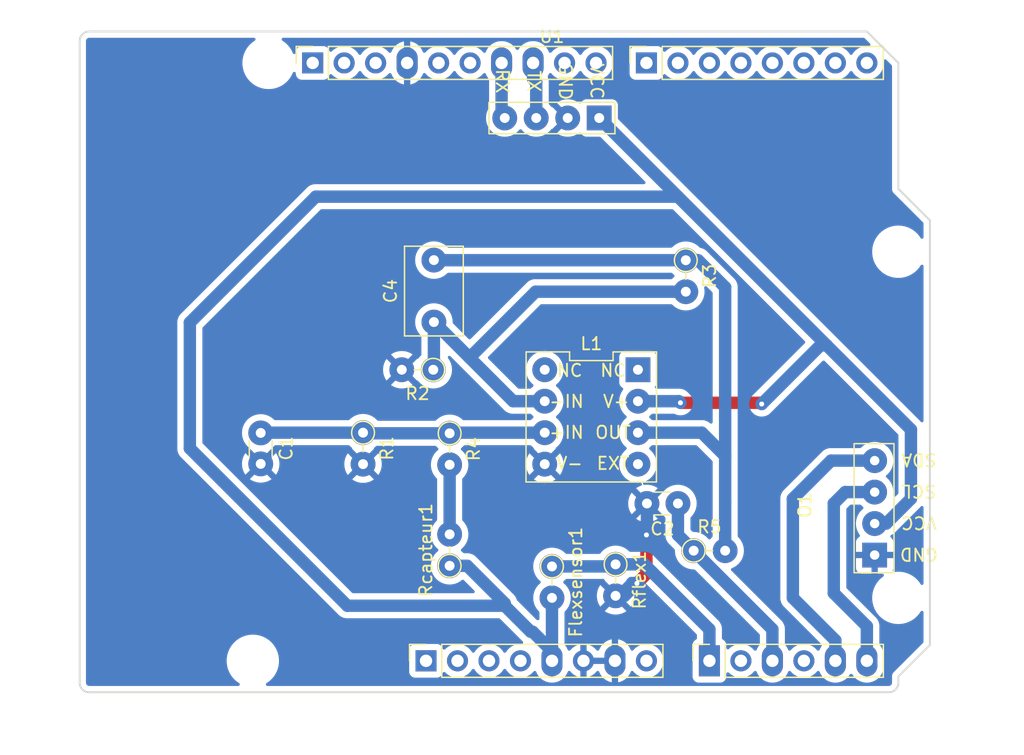
<source format=kicad_pcb>
(kicad_pcb (version 20211014) (generator pcbnew)
  (title_block (date "mar. 31 mars 2015"))
  (layers (0 "F.Cu" signal) (31 "B.Cu" signal) (34 "B.Paste" user) (35 "F.Paste" user) (36 "B.SilkS" user "B.Silkscreen") (37 "F.SilkS" user "F.Silkscreen") (38 "B.Mask" user) (39 "F.Mask" user) (44 "Edge.Cuts" user))
  (net 0 "")
  (net 1 "GND")
  (net 3 "+5V")
  (net 4 "/IOREF")
  (net 5 "/A0")
  (net 6 "/A1")
  (net 7 "/A2")
  (net 8 "/A3")
  (net 9 "/13")
  (net 10 "/12")
  (net 11 "/AREF")
  (net 12 "/8")
  (net 13 "/7")
  (net 14 "RX")
  (net 15 "TX")
  (net 16 "/*9")
  (net 17 "/4")
  (net 18 "/2")
  (net 19 "/*6")
  (net 20 "/*5")
  (net 21 "/TX{slash}1")
  (net 22 "/*3")
  (net 23 "/RX{slash}0")
  (net 24 "+3V3")
  (net 25 "VCC")
  (net 26 "/~{RESET}")
  (net 27 "SDA")
  (net 28 "SCL")
  (net 29 "Net-(C1-Pad1)")
  (net 30 "/A5")
  (net 31 "Net-(C4-Pad1)")
  (net 32 "Net-(C4-Pad2)")
  (net 36 "Net-(R4-Pad2)")
  (net 37 "/A4")
  (footprint "Connector_PinSocket_2.54mm:PinSocket_1x08_P2.54mm_Vertical" (layer "F.Cu") (at 127.94 97.46 90)
    (fp_text reference "J1" hide)
    (fp_text value "Power")
    (fp_line (start -1.33 19.11) (end 1.33 19.11) (layer "F.SilkS") (width 0.12))
    (fp_line (start 1.33 1.27) (end 1.33 19.11) (layer "F.SilkS") (width 0.12))
    (fp_line (start -1.33 1.27) (end 1.33 1.27) (layer "F.SilkS") (width 0.12))
    (fp_line (start 0 -1.33) (end 1.33 -1.33) (layer "F.SilkS") (width 0.12))
    (fp_line (start 1.33 -1.33) (end 1.33 0) (layer "F.SilkS") (width 0.12))
    (fp_line (start -1.33 1.27) (end -1.33 19.11) (layer "F.SilkS") (width 0.12))
    (pad "1" thru_hole rect locked (at 0 0 90) (size 1.7 1.7) (drill 1) (layers *.Cu *.Mask))
    (pad "2" thru_hole oval locked (at 0 2.54 90) (size 1.7 1.7) (drill 1) (layers *.Cu *.Mask) (net 4 "/IOREF"))
    (pad "3" thru_hole oval locked (at 0 5.08 90) (size 1.7 1.7) (drill 1) (layers *.Cu *.Mask) (net 26 "/~{RESET}"))
    (pad "4" thru_hole oval locked (at 0 7.62 90) (size 1.7 1.7) (drill 1) (layers *.Cu *.Mask) (net 24 "+3V3"))
    (pad "5" thru_hole oval locked (at 0 10.16 90) (size 2.5 1.7) (drill 1) (layers *.Cu *.Mask) (net 3 "+5V"))
    (pad "6" thru_hole oval locked (at 0 12.7 90) (size 1.7 1.7) (drill 1) (layers *.Cu *.Mask) (net 1 "GND"))
    (pad "7" thru_hole oval locked (at 0 15.24 90) (size 2.5 1.7) (drill 1) (layers *.Cu *.Mask) (net 1 "GND"))
    (pad "8" thru_hole oval locked (at 0 17.78 90) (size 1.7 1.7) (drill 1) (layers *.Cu *.Mask) (net 25 "VCC"))
  )
  (footprint "Connector_PinSocket_2.54mm:PinSocket_1x06_P2.54mm_Vertical" (layer "F.Cu") (at 150.8 97.46 90)
    (fp_text reference "J3" hide)
    (fp_text value "Analog")
    (fp_line (start 1.33 1.27) (end 1.33 14.03) (layer "F.SilkS") (width 0.12))
    (fp_line (start 0 -1.33) (end 1.33 -1.33) (layer "F.SilkS") (width 0.12))
    (fp_line (start -1.33 1.27) (end 1.33 1.27) (layer "F.SilkS") (width 0.12))
    (fp_line (start -1.33 1.27) (end -1.33 14.03) (layer "F.SilkS") (width 0.12))
    (fp_line (start -1.33 14.03) (end 1.33 14.03) (layer "F.SilkS") (width 0.12))
    (fp_line (start 1.33 -1.33) (end 1.33 0) (layer "F.SilkS") (width 0.12))
    (pad "1" thru_hole rect locked (at 0 0 90) (size 2.5 1.7) (drill 1) (layers *.Cu *.Mask) (net 5 "/A0"))
    (pad "2" thru_hole oval locked (at 0 2.54 90) (size 1.7 1.7) (drill 1) (layers *.Cu *.Mask) (net 6 "/A1"))
    (pad "3" thru_hole oval locked (at 0 5.08 90) (size 2.5 1.7) (drill 1) (layers *.Cu *.Mask) (net 7 "/A2"))
    (pad "4" thru_hole oval locked (at 0 7.62 90) (size 1.7 1.7) (drill 1) (layers *.Cu *.Mask) (net 8 "/A3"))
    (pad "5" thru_hole oval locked (at 0 10.16 90) (size 2.5 1.7) (drill 1) (layers *.Cu *.Mask) (net 27 "SDA"))
    (pad "6" thru_hole oval locked (at 0 12.7 90) (size 2.5 1.7) (drill 1) (layers *.Cu *.Mask) (net 28 "SCL"))
  )
  (footprint "Connector_PinSocket_2.54mm:PinSocket_1x10_P2.54mm_Vertical" (layer "F.Cu") (at 118.796 49.2 90)
    (fp_text reference "J2" hide)
    (fp_text value "Digital/PWM")
    (fp_line (start -1.33 24.19) (end 1.33 24.19) (layer "F.SilkS") (width 0.12))
    (fp_line (start -1.33 1.27) (end -1.33 24.19) (layer "F.SilkS") (width 0.12))
    (fp_line (start 1.33 -1.33) (end 1.33 0) (layer "F.SilkS") (width 0.12))
    (fp_line (start 0 -1.33) (end 1.33 -1.33) (layer "F.SilkS") (width 0.12))
    (fp_line (start 1.33 1.27) (end 1.33 24.19) (layer "F.SilkS") (width 0.12))
    (fp_line (start -1.33 1.27) (end 1.33 1.27) (layer "F.SilkS") (width 0.12))
    (pad "1" thru_hole rect locked (at 0 0 90) (size 1.7 1.7) (drill 1) (layers *.Cu *.Mask) (net 30 "/A5"))
    (pad "2" thru_hole oval locked (at 0 2.54 90) (size 1.7 1.7) (drill 1) (layers *.Cu *.Mask) (net 37 "/A4"))
    (pad "3" thru_hole oval locked (at 0 5.08 90) (size 1.7 1.7) (drill 1) (layers *.Cu *.Mask) (net 11 "/AREF"))
    (pad "4" thru_hole oval locked (at 0 7.62 90) (size 2.5 1.7) (drill 1) (layers *.Cu *.Mask) (net 1 "GND"))
    (pad "5" thru_hole oval locked (at 0 10.16 90) (size 1.7 1.7) (drill 1) (layers *.Cu *.Mask) (net 9 "/13"))
    (pad "6" thru_hole oval locked (at 0 12.7 90) (size 1.7 1.7) (drill 1) (layers *.Cu *.Mask) (net 10 "/12"))
    (pad "7" thru_hole oval locked (at 0 15.24 90) (size 2.5 1.7) (drill 1) (layers *.Cu *.Mask) (net 14 "RX"))
    (pad "8" thru_hole oval locked (at 0 17.78 90) (size 2.5 1.7) (drill 1) (layers *.Cu *.Mask) (net 15 "TX"))
    (pad "9" thru_hole oval locked (at 0 20.32 90) (size 1.7 1.7) (drill 1) (layers *.Cu *.Mask) (net 16 "/*9"))
    (pad "10" thru_hole oval locked (at 0 22.86 90) (size 1.7 1.7) (drill 1) (layers *.Cu *.Mask) (net 12 "/8"))
  )
  (footprint "Connector_PinSocket_2.54mm:PinSocket_1x08_P2.54mm_Vertical" (layer "F.Cu") (at 145.72 49.2 90)
    (fp_text reference "J4" hide)
    (fp_text value "Digital/PWM")
    (fp_line (start -1.33 19.11) (end 1.33 19.11) (layer "F.SilkS") (width 0.12))
    (fp_line (start -1.33 1.27) (end -1.33 19.11) (layer "F.SilkS") (width 0.12))
    (fp_line (start 0 -1.33) (end 1.33 -1.33) (layer "F.SilkS") (width 0.12))
    (fp_line (start -1.33 1.27) (end 1.33 1.27) (layer "F.SilkS") (width 0.12))
    (fp_line (start 1.33 -1.33) (end 1.33 0) (layer "F.SilkS") (width 0.12))
    (fp_line (start 1.33 1.27) (end 1.33 19.11) (layer "F.SilkS") (width 0.12))
    (pad "1" thru_hole rect locked (at 0 0 90) (size 1.7 1.7) (drill 1) (layers *.Cu *.Mask) (net 13 "/7"))
    (pad "2" thru_hole oval locked (at 0 2.54 90) (size 1.7 1.7) (drill 1) (layers *.Cu *.Mask) (net 19 "/*6"))
    (pad "3" thru_hole oval locked (at 0 5.08 90) (size 1.7 1.7) (drill 1) (layers *.Cu *.Mask) (net 20 "/*5"))
    (pad "4" thru_hole oval locked (at 0 7.62 90) (size 1.7 1.7) (drill 1) (layers *.Cu *.Mask) (net 17 "/4"))
    (pad "5" thru_hole oval locked (at 0 10.16 90) (size 1.7 1.7) (drill 1) (layers *.Cu *.Mask) (net 22 "/*3"))
    (pad "6" thru_hole oval locked (at 0 12.7 90) (size 1.7 1.7) (drill 1) (layers *.Cu *.Mask) (net 18 "/2"))
    (pad "7" thru_hole oval locked (at 0 15.24 90) (size 1.7 1.7) (drill 1) (layers *.Cu *.Mask) (net 21 "/TX{slash}1"))
    (pad "8" thru_hole oval locked (at 0 17.78 90) (size 1.7 1.7) (drill 1) (layers *.Cu *.Mask) (net 23 "/RX{slash}0"))
  )
  (footprint "Capacitor_THT:C_Disc_D3.0mm_W1.6mm_P2.50mm" (layer "F.Cu") (at 148.26 84.76 180)
    (fp_text reference "C2" (at 1.25 -2.05) (layer "F.SilkS"))
    (fp_text value "100n")
    (fp_line (start 0.621 0.92) (end 1.879 0.92) (layer "F.SilkS") (width 0.12))
    (fp_line (start 0.621 -0.92) (end 1.879 -0.92) (layer "F.SilkS") (width 0.12))
    (pad "1" thru_hole circle (at 0 0 180) (size 2 2) (drill 0.8) (layers *.Cu *.Mask) (net 7 "/A2"))
    (pad "2" thru_hole circle (at 2.5 0 180) (size 2 2) (drill 0.8) (layers *.Cu *.Mask) (net 1 "GND"))
  )
  (footprint "Resistor_THT:R_Axial_DIN0204_L3.6mm_D1.6mm_P2.54mm_Vertical" (layer "F.Cu") (at 128.525 73.965 180)
    (fp_text reference "R2" (at 1.27 -1.92) (layer "F.SilkS"))
    (fp_text value "1k")
    (fp_line (start 0.92 0) (end 1.54 0) (layer "F.SilkS") (width 0.12))
    (fp_circle (center 0 0) (end 0.92 0) (layer "F.SilkS") (width 0.12) (fill none))
    (pad "1" thru_hole circle (at 0 0 180) (size 2 2) (drill 0.8) (layers *.Cu *.Mask) (net 31 "Net-(C4-Pad1)"))
    (pad "2" thru_hole circle (at 2.54 0 180) (size 2 2) (drill 0.8) (layers *.Cu *.Mask) (net 1 "GND"))
  )
  (footprint "Resistor_THT:R_Axial_DIN0204_L3.6mm_D1.6mm_P2.54mm_Vertical" (layer "F.Cu") (at 129.845 89.79 90)
    (fp_text reference "Rcapteur1" (at 1.27 -1.92 90) (layer "F.SilkS"))
    (fp_text value "R")
    (fp_line (start 0.92 0) (end 1.54 0) (layer "F.SilkS") (width 0.12))
    (fp_circle (center 0 0) (end 0.92 0) (layer "F.SilkS") (width 0.12) (fill none))
    (pad "1" thru_hole circle (at 0 0 90) (size 2 2) (drill 0.8) (layers *.Cu *.Mask) (net 3 "+5V"))
    (pad "2" thru_hole circle (at 2.54 0 90) (size 2 2) (drill 0.8) (layers *.Cu *.Mask) (net 36 "Net-(R4-Pad2)"))
  )
  (footprint "Resistor_THT:R_Axial_DIN0204_L3.6mm_D1.6mm_P2.54mm_Vertical" (layer "F.Cu") (at 129.845 79.095 -90)
    (fp_text reference "R4" (at 1.27 -1.92 90) (layer "F.SilkS"))
    (fp_text value "10k")
    (fp_line (start 0.92 0) (end 1.54 0) (layer "F.SilkS") (width 0.12))
    (fp_circle (center 0 0) (end 0.92 0) (layer "F.SilkS") (width 0.12) (fill none))
    (pad "1" thru_hole circle (at 0 0 270) (size 2 2) (drill 0.8) (layers *.Cu *.Mask) (net 29 "Net-(C1-Pad1)"))
    (pad "2" thru_hole circle (at 2.54 0 270) (size 2 2) (drill 0.8) (layers *.Cu *.Mask) (net 36 "Net-(R4-Pad2)"))
  )
  (footprint "Resistor_THT:R_Axial_DIN0204_L3.6mm_D1.6mm_P2.54mm_Vertical" (layer "F.Cu") (at 149.53 88.57)
    (fp_text reference "R5" (at 1.27 -1.92) (layer "F.SilkS"))
    (fp_text value "1k")
    (fp_line (start 0.92 0) (end 1.54 0) (layer "F.SilkS") (width 0.12))
    (fp_circle (center 0 0) (end 0.92 0) (layer "F.SilkS") (width 0.12) (fill none))
    (pad "1" thru_hole circle (at 0 0) (size 2 2) (drill 0.8) (layers *.Cu *.Mask) (net 7 "/A2"))
    (pad "2" thru_hole circle (at 2.54 0) (size 2 2) (drill 0.8) (layers *.Cu *.Mask) (net 32 "Net-(C4-Pad2)"))
  )
  (footprint "Capacitor_THT:C_Rect_L7.0mm_W4.5mm_P5.00mm" (layer "F.Cu") (at 128.575 70.115 90)
    (fp_text reference "C4" (at 2.5 -3.5 90) (layer "F.SilkS"))
    (fp_text value "1µ")
    (fp_line (start 6.12 -2.37) (end 6.12 2.37) (layer "F.SilkS") (width 0.12))
    (fp_line (start -1.12 2.37) (end 6.12 2.37) (layer "F.SilkS") (width 0.12))
    (fp_line (start -1.12 -2.37) (end 6.12 -2.37) (layer "F.SilkS") (width 0.12))
    (fp_line (start -1.12 -2.37) (end -1.12 2.37) (layer "F.SilkS") (width 0.12))
    (pad "1" thru_hole circle (at 0 0 90) (size 2 2) (drill 0.8) (layers *.Cu *.Mask) (net 31 "Net-(C4-Pad1)"))
    (pad "2" thru_hole circle (at 5 0 90) (size 2 2) (drill 0.8) (layers *.Cu *.Mask) (net 32 "Net-(C4-Pad2)"))
  )
  (footprint "Library:Bluetooth" (layer "F.Cu") (at 138.1 51.105 180)
    (fp_text reference "U1" (at 0 4.04 unlocked) (layer "F.SilkS"))
    (fp_text value "Bluetooth")
    (fp_text user "VCC" (at -3.62 0.43 270 unlocked) (layer "F.SilkS"))
    (fp_text user "RX" (at 4 0.43 270 unlocked) (layer "F.SilkS"))
    (fp_text user "TX" (at 1.46 0.43 270 unlocked) (layer "F.SilkS"))
    (fp_text user "GND" (at -1.08 0.43 270 unlocked) (layer "F.SilkS"))
    (fp_rect (start -5.08 -3.81) (end 5.08 -1.27) (layer "F.SilkS") (width 0.12) (fill none))
    (pad "1" thru_hole rect (at -3.81 -2.54 180) (size 2 2) (drill 0.8) (layers *.Cu *.Mask) (net 3 "+5V"))
    (pad "2" thru_hole circle (at -1.27 -2.54 180) (size 2 2) (drill 0.8) (layers *.Cu *.Mask) (net 1 "GND"))
    (pad "3" thru_hole circle (at 1.27 -2.54 180) (size 2 2) (drill 0.8) (layers *.Cu *.Mask) (net 15 "TX"))
    (pad "4" thru_hole circle (at 3.81 -2.54 180) (size 2 2) (drill 0.8) (layers *.Cu *.Mask) (net 14 "RX"))
  )
  (footprint "Resistor_THT:R_Axial_DIN0204_L3.6mm_D1.6mm_P2.54mm_Vertical" (layer "F.Cu") (at 138.1 89.84 -90)
    (fp_text reference "Flexsensor1" (at 1.27 -1.92 90) (layer "F.SilkS"))
    (fp_text value "R")
    (fp_line (start 0.92 0) (end 1.54 0) (layer "F.SilkS") (width 0.12))
    (fp_circle (center 0 0) (end 0.92 0) (layer "F.SilkS") (width 0.12) (fill none))
    (pad "1" thru_hole circle (at 0 0 270) (size 2 2) (drill 0.8) (layers *.Cu *.Mask) (net 5 "/A0"))
    (pad "2" thru_hole circle (at 2.54 0 270) (size 2 2) (drill 0.8) (layers *.Cu *.Mask) (net 3 "+5V"))
  )
  (footprint "Arduino_MountingHole:MountingHole_3.2mm" (layer "F.Cu") (at 115.24 49.2)
    (fp_text reference "MH1" hide)
    (fp_text value "MountingHole_3.2mm" hide)
    (pad "" np_thru_hole circle locked (at 0 0) (size 3.2 3.2) (drill 3.2) (layers *.Cu *.Mask))
  )
  (footprint "Resistor_THT:R_Axial_DIN0204_L3.6mm_D1.6mm_P2.54mm_Vertical" (layer "F.Cu") (at 143.2308 89.6743 -90)
    (fp_text reference "Rflex1" (at 1.27 -1.92 90) (layer "F.SilkS"))
    (fp_text value "R")
    (fp_line (start 0.92 0) (end 1.54 0) (layer "F.SilkS") (width 0.12))
    (fp_circle (center 0 0) (end 0.92 0) (layer "F.SilkS") (width 0.12) (fill none))
    (pad "1" thru_hole circle (at 0 0 270) (size 2 2) (drill 0.8) (layers *.Cu *.Mask) (net 5 "/A0"))
    (pad "2" thru_hole circle (at 2.54 0 270) (size 2 2) (drill 0.8) (layers *.Cu *.Mask) (net 1 "GND"))
  )
  (footprint "Resistor_THT:R_Axial_DIN0204_L3.6mm_D1.6mm_P2.54mm_Vertical" (layer "F.Cu") (at 148.895 65.125 -90)
    (fp_text reference "R3" (at 1.27 -1.92 90) (layer "F.SilkS"))
    (fp_text value "100k")
    (fp_line (start 0.92 0) (end 1.54 0) (layer "F.SilkS") (width 0.12))
    (fp_circle (center 0 0) (end 0.92 0) (layer "F.SilkS") (width 0.12) (fill none))
    (pad "1" thru_hole circle (at 0 0 270) (size 2 2) (drill 0.8) (layers *.Cu *.Mask) (net 32 "Net-(C4-Pad2)"))
    (pad "2" thru_hole circle (at 2.54 0 270) (size 2 2) (drill 0.8) (layers *.Cu *.Mask) (net 31 "Net-(C4-Pad1)"))
  )
  (footprint "Capacitor_THT:C_Disc_D3.0mm_W1.6mm_P2.50mm" (layer "F.Cu") (at 114.605 79.065 -90)
    (fp_text reference "C1" (at 1.25 -2.05 90) (layer "F.SilkS"))
    (fp_text value "100n")
    (fp_line (start 0.621 -0.92) (end 1.879 -0.92) (layer "F.SilkS") (width 0.12))
    (fp_line (start 0.621 0.92) (end 1.879 0.92) (layer "F.SilkS") (width 0.12))
    (pad "1" thru_hole circle (at 0 0 270) (size 2 2) (drill 0.8) (layers *.Cu *.Mask) (net 29 "Net-(C1-Pad1)"))
    (pad "2" thru_hole circle (at 2.5 0 270) (size 2 2) (drill 0.8) (layers *.Cu *.Mask) (net 1 "GND"))
  )
  (footprint "Library:OLED" (layer "F.Cu") (at 166.119 84.921 90)
    (fp_text reference "O1" (at 0 -7.62 90 unlocked) (layer "F.SilkS"))
    (fp_text value "OLED")
    (fp_text user "GND" (at -3.93 1.58 180 unlocked) (layer "F.SilkS"))
    (fp_text user "VCC" (at -1.39 1.58 180 unlocked) (layer "F.SilkS"))
    (fp_text user "SCL" (at 1.15 1.58 180 unlocked) (layer "F.SilkS"))
    (fp_text user "SDA" (at 3.69 1.58 180 unlocked) (layer "F.SilkS"))
    (fp_rect (start -5.43 -3.65) (end 4.99 -0.43) (layer "F.SilkS") (width 0.12) (fill none))
    (pad "1" thru_hole rect (at -4 -1.99 90) (size 2 2) (drill 0.762) (layers *.Cu *.Mask) (net 1 "GND"))
    (pad "2" thru_hole circle (at -1.46 -1.99 90) (size 2 2) (drill 0.762) (layers *.Cu *.Mask) (net 3 "+5V"))
    (pad "3" thru_hole circle (at 1.08 -1.99 90) (size 2 2) (drill 0.762) (layers *.Cu *.Mask) (net 28 "SCL"))
    (pad "4" thru_hole circle (at 3.62 -1.99 90) (size 2 2) (drill 0.762) (layers *.Cu *.Mask) (net 27 "SDA"))
  )
  (footprint "Resistor_THT:R_Axial_DIN0204_L3.6mm_D1.6mm_P2.54mm_Vertical" (layer "F.Cu") (at 122.86 79.045 -90)
    (fp_text reference "R1" (at 1.27 -1.92 90) (layer "F.SilkS"))
    (fp_text value "100k")
    (fp_line (start 0.92 0) (end 1.54 0) (layer "F.SilkS") (width 0.12))
    (fp_circle (center 0 0) (end 0.92 0) (layer "F.SilkS") (width 0.12) (fill none))
    (pad "1" thru_hole circle (at 0 0 270) (size 2 2) (drill 0.8) (layers *.Cu *.Mask) (net 29 "Net-(C1-Pad1)"))
    (pad "2" thru_hole circle (at 2.54 0 270) (size 2 2) (drill 0.8) (layers *.Cu *.Mask) (net 1 "GND"))
  )
  (footprint "Arduino_MountingHole:MountingHole_3.2mm" (layer "F.Cu") (at 113.97 97.46)
    (fp_text reference "MH2" hide)
    (fp_text value "MountingHole_3.2mm" hide)
    (pad "" np_thru_hole circle locked (at 0 0) (size 3.2 3.2) (drill 3.2) (layers *.Cu *.Mask))
  )
  (footprint "Arduino_MountingHole:MountingHole_3.2mm" (layer "F.Cu") (at 166.04 64.44)
    (fp_text reference "MH3" hide)
    (fp_text value "MountingHole_3.2mm" hide)
    (pad "" np_thru_hole circle locked (at 0 0) (size 3.2 3.2) (drill 3.2) (layers *.Cu *.Mask))
  )
  (footprint "Arduino_MountingHole:MountingHole_3.2mm" (layer "F.Cu") (at 166.04 92.38)
    (fp_text reference "MH4" hide)
    (fp_text value "MountingHole_3.2mm" hide)
    (pad "" np_thru_hole circle locked (at 0 0) (size 3.2 3.2) (drill 3.2) (layers *.Cu *.Mask))
  )
  (footprint "Library:LTC1050" (layer "F.Cu") (at 141.275 77.775 -90)
    (fp_text reference "L1" (at -5.91 0) (layer "F.SilkS"))
    (fp_text value "LTC1050")
    (fp_text user "NC" (at -3.75 -1.75 unlocked) (layer "F.SilkS"))
    (fp_text user "V-" (at 3.75 1.75 unlocked) (layer "F.SilkS"))
    (fp_text user "EXT" (at 3.75 -1.75 unlocked) (layer "F.SilkS"))
    (fp_text user "OUT" (at 1.25 -1.75 unlocked) (layer "F.SilkS"))
    (fp_text user "+IN" (at 1.25 2 unlocked) (layer "F.SilkS"))
    (fp_text user "V+" (at -1.25 -2 unlocked) (layer "F.SilkS"))
    (fp_text user "-IN" (at -1.25 2 unlocked) (layer "F.SilkS"))
    (fp_text user "NC" (at -3.75 1.75 unlocked) (layer "F.SilkS"))
    (fp_line (start 5.25 5.27) (end 5.25 -5.25) (layer "F.SilkS") (width 0.12))
    (fp_line (start -5.25 -1.753333) (end -4.55 -1.753333) (layer "F.SilkS") (width 0.12))
    (fp_line (start -5.25 5.26) (end 5.25 5.27) (layer "F.SilkS") (width 0.12))
    (fp_line (start 5.25 -5.25) (end -5.25 -5.26) (layer "F.SilkS") (width 0.12))
    (fp_line (start -4.55 1.753333) (end -5.25 1.753333) (layer "F.SilkS") (width 0.12))
    (fp_line (start -5.25 1.753333) (end -5.25 5.26) (layer "F.SilkS") (width 0.12))
    (fp_line (start -5.25 -5.26) (end -5.25 -1.753333) (layer "F.SilkS") (width 0.12))
    (fp_line (start -4.55 -1.753333) (end -4.55 1.753333) (layer "F.SilkS") (width 0.12))
    (pad "1" thru_hole circle (at -3.81 3.76 270) (size 2 2) (drill 0.8) (layers *.Cu *.Mask))
    (pad "2" thru_hole circle (at -1.27 3.76 270) (size 2 2) (drill 0.8) (layers *.Cu *.Mask) (net 31 "Net-(C4-Pad1)"))
    (pad "3" thru_hole circle (at 1.27 3.76 270) (size 2 2) (drill 0.8) (layers *.Cu *.Mask) (net 29 "Net-(C1-Pad1)"))
    (pad "4" thru_hole circle (at 3.81 3.76 270) (size 2 2) (drill 0.8) (layers *.Cu *.Mask) (net 1 "GND"))
    (pad "5" thru_hole circle (at 3.81 -3.76 270) (size 2 2) (drill 0.8) (layers *.Cu *.Mask))
    (pad "6" thru_hole circle (at 1.27 -3.76 270) (size 2 2) (drill 0.8) (layers *.Cu *.Mask) (net 32 "Net-(C4-Pad2)"))
    (pad "7" thru_hole circle (at -1.27 -3.76 270) (size 2 2) (drill 0.8) (layers *.Cu *.Mask) (net 3 "+5V"))
    (pad "8" thru_hole rect (at -3.81 -3.76 270) (size 2 2) (drill 0.8) (layers *.Cu *.Mask))
  )
  (gr_line (start 166.04 59.36) (end 168.58 61.9) (layer "Edge.Cuts") (width 0.15))
  (gr_line (start 100 99.238) (end 100 47.422) (layer "Edge.Cuts") (width 0.15))
  (gr_line (start 168.58 61.9) (end 168.58 96.19) (layer "Edge.Cuts") (width 0.15))
  (gr_line (start 165.278 100) (end 100.762 100) (layer "Edge.Cuts") (width 0.15))
  (gr_line (start 100.762 46.66) (end 163.5 46.66) (layer "Edge.Cuts") (width 0.15))
  (gr_arc (start 100.762 100) (mid 100.223185 99.776815) (end 100 99.238) (layer "Edge.Cuts") (width 0.15))
  (gr_line (start 168.58 96.19) (end 166.04 98.73) (layer "Edge.Cuts") (width 0.15))
  (gr_line (start 163.5 46.66) (end 166.04 49.2) (layer "Edge.Cuts") (width 0.15))
  (gr_arc (start 166.04 99.238) (mid 165.816815 99.776815) (end 165.278 100) (layer "Edge.Cuts") (width 0.15))
  (gr_line (start 166.04 49.2) (end 166.04 59.36) (layer "Edge.Cuts") (width 0.15))
  (gr_line (start 166.04 98.73) (end 166.04 99.238) (layer "Edge.Cuts") (width 0.15))
  (gr_arc (start 100 47.422) (mid 100.223185 46.883185) (end 100.762 46.66) (layer "Edge.Cuts") (width 0.15))
  (segment (start 145.72 87.3) (end 145.72 90.44) (width 1) (layer "F.Cu") (net 1))
  (segment (start 145.72 90.44) (end 144.951114 91.208886) (width 1) (layer "F.Cu") (net 1))
  (via (at 144.951114 91.208886) (size 0.6) (drill 0.4) (layers "F.Cu" "B.Cu") (net 1))
  (via (at 145.72 87.3) (size 0.6) (drill 0.4) (layers "F.Cu" "B.Cu") (net 1))
  (segment (start 145.76 84.76) (end 145.76 87.26) (width 1) (layer "B.Cu") (net 1))
  (segment (start 145.76 87.26) (end 145.72 87.3) (width 1) (layer "B.Cu") (net 1))
  (segment (start 144.951114 91.208886) (end 143.9457 92.2143) (width 1) (layer "B.Cu") (net 1))
  (segment (start 143.9457 92.2143) (end 143.2308 92.2143) (width 1) (layer "B.Cu") (net 1))
  (segment (start 143.2308 97.4092) (end 143.18 97.46) (width 1) (layer "B.Cu") (net 1))
  (segment (start 148.4632 76.632) (end 154.9148 76.632) (width 1) (layer "F.Cu") (net 3))
  (segment (start 154.9148 76.632) (end 155.0164 76.7336) (width 1) (layer "F.Cu") (net 3))
  (via (at 155.0164 76.7336) (size 0.6) (drill 0.4) (layers "F.Cu" "B.Cu") (net 3))
  (via (at 148.4632 76.632) (size 0.6) (drill 0.4) (layers "F.Cu" "B.Cu") (net 3))
  (segment (start 108.89 70.155) (end 108.89 80.315) (width 1) (layer "B.Cu") (net 3))
  (segment (start 165.054 86.381) (end 167.056 84.379) (width 1) (layer "B.Cu") (net 3))
  (segment (start 129.845 89.79) (end 131.259213 89.79) (width 1) (layer "B.Cu") (net 3))
  (segment (start 108.89 80.315) (end 121.59 93.015) (width 1) (layer "B.Cu") (net 3))
  (segment (start 138.1 96.676598) (end 138.1 97.46) (width 1) (layer "B.Cu") (net 3))
  (segment (start 134.29 92.820787) (end 134.29 93.015) (width 1) (layer "B.Cu") (net 3))
  (segment (start 136.385 95.11) (end 136.533402 95.11) (width 1) (layer "B.Cu") (net 3))
  (segment (start 131.259213 89.79) (end 134.29 92.820787) (width 1) (layer "B.Cu") (net 3))
  (segment (start 148.26 59.995) (end 119.05 59.995) (width 1) (layer "B.Cu") (net 3))
  (segment (start 138.1 92.38) (end 138.1 97.46) (width 1) (layer "B.Cu") (net 3))
  (segment (start 136.533402 95.11) (end 138.1 96.676598) (width 1) (layer "B.Cu") (net 3))
  (segment (start 167.056 78.791) (end 160.2615 71.9965) (width 1) (layer "B.Cu") (net 3))
  (segment (start 167.056 84.379) (end 167.056 78.791) (width 1) (layer "B.Cu") (net 3))
  (segment (start 121.59 93.015) (end 134.29 93.015) (width 1) (layer "B.Cu") (net 3))
  (segment (start 134.29 93.015) (end 136.385 95.11) (width 1) (layer "B.Cu") (net 3))
  (segment (start 159.7535 71.9965) (end 160.2615 71.9965) (width 1) (layer "B.Cu") (net 3))
  (segment (start 164.129 86.381) (end 165.054 86.381) (width 1) (layer "B.Cu") (net 3))
  (segment (start 119.05 59.995) (end 108.89 70.155) (width 1) (layer "B.Cu") (net 3))
  (segment (start 145.035 76.505) (end 148.3362 76.505) (width 1) (layer "B.Cu") (net 3))
  (segment (start 148.3362 76.505) (end 148.4632 76.632) (width 1) (layer "B.Cu") (net 3))
  (segment (start 160.2615 71.9965) (end 148.26 59.995) (width 1) (layer "B.Cu") (net 3))
  (segment (start 155.0164 76.7336) (end 159.7535 71.9965) (width 1) (layer "B.Cu") (net 3))
  (segment (start 148.26 59.995) (end 141.91 53.645) (width 1) (layer "B.Cu") (net 3))
  (segment (start 150.8 94.92) (end 150.8 97.46) (width 1) (layer "B.Cu") (net 5))
  (segment (start 143.2308 89.6743) (end 145.5543 89.6743) (width 1) (layer "B.Cu") (net 5))
  (segment (start 145.5543 89.6743) (end 150.8 94.92) (width 1) (layer "B.Cu") (net 5))
  (segment (start 143.0651 89.84) (end 143.2308 89.6743) (width 1) (layer "B.Cu") (net 5))
  (segment (start 138.1 89.84) (end 143.0651 89.84) (width 1) (layer "B.Cu") (net 5))
  (segment (start 148.26 84.76) (end 148.26 87.3) (width 1) (layer "B.Cu") (net 7))
  (segment (start 149.53 88.57) (end 155.88 94.92) (width 1) (layer "B.Cu") (net 7))
  (segment (start 155.88 94.92) (end 155.88 97.46) (width 1) (layer "B.Cu") (net 7))
  (segment (start 148.26 87.3) (end 149.53 88.57) (width 1) (layer "B.Cu") (net 7))
  (segment (start 134.036 49.2) (end 134.036 53.391) (width 1) (layer "B.Cu") (net 14))
  (segment (start 134.036 53.391) (end 134.29 53.645) (width 1) (layer "B.Cu") (net 14))
  (segment (start 136.576 49.2) (end 136.576 50.500418) (width 1) (layer "B.Cu") (net 15))
  (segment (start 136.83 50.754418) (end 136.83 53.645) (width 1) (layer "B.Cu") (net 15))
  (segment (start 136.576 50.500418) (end 136.83 50.754418) (width 1) (layer "B.Cu") (net 15))
  (segment (start 161.15 97.27) (end 160.96 97.46) (width 1) (layer "B.Cu") (net 27))
  (segment (start 157.531 92.38) (end 160.96 95.809) (width 1) (layer "B.Cu") (net 27))
  (segment (start 160.96 95.809) (end 160.96 97.46) (width 1) (layer "B.Cu") (net 27))
  (segment (start 164.129 81.301) (end 160.609 81.301) (width 1) (layer "B.Cu") (net 27))
  (segment (start 160.609 81.301) (end 157.531 84.379) (width 1) (layer "B.Cu") (net 27))
  (segment (start 157.531 84.379) (end 157.531 92.38) (width 1) (layer "B.Cu") (net 27))
  (segment (start 163.5 94.666) (end 163.5 97.46) (width 1) (layer "B.Cu") (net 28))
  (segment (start 160.833 91.999) (end 163.5 94.666) (width 1) (layer "B.Cu") (net 28))
  (segment (start 164.129 83.841) (end 161.752 83.841) (width 1) (layer "B.Cu") (net 28))
  (segment (start 161.752 83.841) (end 160.833 84.76) (width 1) (layer "B.Cu") (net 28))
  (segment (start 160.833 84.76) (end 160.833 91.999) (width 1) (layer "B.Cu") (net 28))
  (segment (start 114.625 79.045) (end 114.605 79.065) (width 1) (layer "B.Cu") (net 29))
  (segment (start 122.86 79.045) (end 114.625 79.045) (width 1) (layer "B.Cu") (net 29))
  (segment (start 137.515 79.045) (end 129.895 79.045) (width 1) (layer "B.Cu") (net 29))
  (segment (start 129.895 79.045) (end 129.845 79.095) (width 1) (layer "B.Cu") (net 29))
  (segment (start 129.845 79.095) (end 122.91 79.095) (width 1) (layer "B.Cu") (net 29))
  (segment (start 122.91 79.095) (end 122.86 79.045) (width 1) (layer "B.Cu") (net 29))
  (segment (start 148.895 67.665) (end 136.78 67.665) (width 1) (layer "B.Cu") (net 31))
  (segment (start 128.575 70.115) (end 128.575 73.915) (width 1) (layer "B.Cu") (net 31))
  (segment (start 131.4525 72.9925) (end 134.965 76.505) (width 1) (layer "B.Cu") (net 31))
  (segment (start 128.575 70.115) (end 131.4525 72.9925) (width 1) (layer "B.Cu") (net 31))
  (segment (start 136.78 67.665) (end 131.4525 72.9925) (width 1) (layer "B.Cu") (net 31))
  (segment (start 128.575 73.915) (end 128.525 73.965) (width 1) (layer "B.Cu") (net 31))
  (segment (start 134.965 76.505) (end 137.515 76.505) (width 1) (layer "B.Cu") (net 31))
  (segment (start 150.185 79.045) (end 152.07 80.93) (width 1) (layer "B.Cu") (net 32))
  (segment (start 152.07 67.310051) (end 152.07 80.93) (width 1) (layer "B.Cu") (net 32))
  (segment (start 149.884949 65.125) (end 152.07 67.310051) (width 1) (layer "B.Cu") (net 32))
  (segment (start 148.895 65.125) (end 128.585 65.125) (width 1) (layer "B.Cu") (net 32))
  (segment (start 148.895 65.125) (end 149.884949 65.125) (width 1) (layer "B.Cu") (net 32))
  (segment (start 128.585 65.125) (end 128.575 65.115) (width 1) (layer "B.Cu") (net 32))
  (segment (start 152.07 84.665787) (end 152.07 88.57) (width 1) (layer "B.Cu") (net 32))
  (segment (start 152.07 80.93) (end 152.07 84.665787) (width 1) (layer "B.Cu") (net 32))
  (segment (start 145.035 79.045) (end 150.185 79.045) (width 1) (layer "B.Cu") (net 32))
  (segment (start 129.845 81.635) (end 129.845 87.25) (width 1) (layer "B.Cu") (net 36))
  (zone (net 1) (net_name "GND") (layer "B.Cu") (connect_pads (clearance 0.508)) (min_thickness 0.254) (fill yes (thermal_gap 0.508) (thermal_bridge_width 0.508))
    (polygon (pts (xy 176.2 105.08) (xy 94.92 105.08) (xy 94.92 44.12) (xy 176.2 44.12)))
  )
)
</source>
